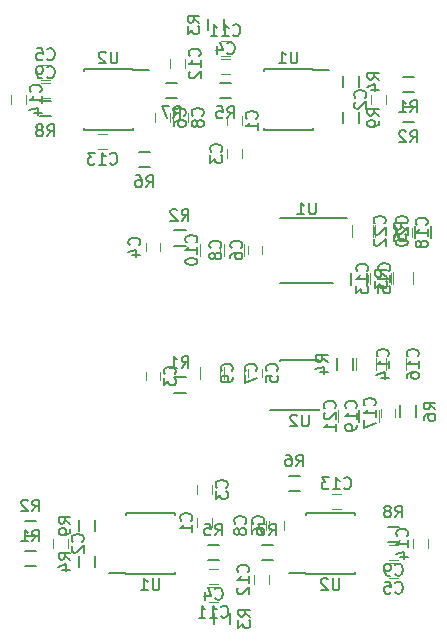
<source format=gbo>
G04 #@! TF.FileFunction,Legend,Bot*
%FSLAX46Y46*%
G04 Gerber Fmt 4.6, Leading zero omitted, Abs format (unit mm)*
G04 Created by KiCad (PCBNEW 4.0.7) date Fri Jun  8 12:20:10 2018*
%MOMM*%
%LPD*%
G01*
G04 APERTURE LIST*
%ADD10C,0.100000*%
%ADD11C,0.150000*%
%ADD12C,0.120000*%
G04 APERTURE END LIST*
D10*
D11*
X181088000Y-110555000D02*
X176588000Y-110555000D01*
X182213000Y-105005000D02*
X176588000Y-105005000D01*
D12*
X166394000Y-118756000D02*
X166394000Y-118056000D01*
X165194000Y-118056000D02*
X165194000Y-118756000D01*
X165194000Y-107134000D02*
X165194000Y-107834000D01*
X166394000Y-107834000D02*
X166394000Y-107134000D01*
X175030000Y-118502000D02*
X175030000Y-117802000D01*
X173830000Y-117802000D02*
X173830000Y-118502000D01*
X173830000Y-107388000D02*
X173830000Y-108088000D01*
X175030000Y-108088000D02*
X175030000Y-107388000D01*
X173502000Y-117652000D02*
X173502000Y-118652000D01*
X171802000Y-118652000D02*
X171802000Y-117652000D01*
X171802000Y-108238000D02*
X171802000Y-107238000D01*
X173502000Y-107238000D02*
X173502000Y-108238000D01*
X171470000Y-117652000D02*
X171470000Y-118652000D01*
X169770000Y-118652000D02*
X169770000Y-117652000D01*
X169770000Y-108238000D02*
X169770000Y-107238000D01*
X171470000Y-107238000D02*
X171470000Y-108238000D01*
X184238000Y-110655000D02*
X184238000Y-109655000D01*
X185938000Y-109655000D02*
X185938000Y-110655000D01*
X184678000Y-116890000D02*
X184678000Y-117890000D01*
X182978000Y-117890000D02*
X182978000Y-116890000D01*
X186113000Y-110630000D02*
X186113000Y-109630000D01*
X187813000Y-109630000D02*
X187813000Y-110630000D01*
X187218000Y-116890000D02*
X187218000Y-117890000D01*
X185518000Y-117890000D02*
X185518000Y-116890000D01*
X185113000Y-121180000D02*
X185113000Y-121880000D01*
X186313000Y-121880000D02*
X186313000Y-121180000D01*
X187713000Y-106605000D02*
X187713000Y-105905000D01*
X186513000Y-105905000D02*
X186513000Y-106605000D01*
X183288000Y-122280000D02*
X183288000Y-121280000D01*
X184988000Y-121280000D02*
X184988000Y-122280000D01*
X186288000Y-105630000D02*
X186288000Y-106630000D01*
X184588000Y-106630000D02*
X184588000Y-105630000D01*
X181488000Y-122280000D02*
X181488000Y-121280000D01*
X183188000Y-121280000D02*
X183188000Y-122280000D01*
X184413000Y-105630000D02*
X184413000Y-106630000D01*
X182713000Y-106630000D02*
X182713000Y-105630000D01*
D11*
X167580000Y-119843000D02*
X168580000Y-119843000D01*
X168580000Y-118493000D02*
X167580000Y-118493000D01*
X167580000Y-107397000D02*
X168580000Y-107397000D01*
X168580000Y-106047000D02*
X167580000Y-106047000D01*
X182613000Y-109680000D02*
X182613000Y-110680000D01*
X183963000Y-110680000D02*
X183963000Y-109680000D01*
X182725000Y-117890000D02*
X182725000Y-116890000D01*
X181375000Y-116890000D02*
X181375000Y-117890000D01*
X189388000Y-106705000D02*
X189388000Y-105705000D01*
X188038000Y-105705000D02*
X188038000Y-106705000D01*
X186713000Y-120905000D02*
X186713000Y-121905000D01*
X188063000Y-121905000D02*
X188063000Y-120905000D01*
X179865000Y-121293000D02*
X179865000Y-121228000D01*
X179865000Y-117043000D02*
X179865000Y-117108000D01*
X176615000Y-117043000D02*
X176615000Y-117108000D01*
X176615000Y-121293000D02*
X179865000Y-121293000D01*
X176615000Y-117043000D02*
X179865000Y-117043000D01*
X176615000Y-121293000D02*
X175690000Y-121293000D01*
D12*
X169580000Y-130460000D02*
X169580000Y-131160000D01*
X170780000Y-131160000D02*
X170780000Y-130460000D01*
X158588000Y-132938000D02*
X158588000Y-132238000D01*
X157388000Y-132238000D02*
X157388000Y-132938000D01*
X170780000Y-128366000D02*
X170780000Y-127666000D01*
X169580000Y-127666000D02*
X169580000Y-128366000D01*
X170592000Y-135982000D02*
X171292000Y-135982000D01*
X171292000Y-134782000D02*
X170592000Y-134782000D01*
X185832000Y-135474000D02*
X186532000Y-135474000D01*
X186532000Y-134274000D02*
X185832000Y-134274000D01*
X175676000Y-130714000D02*
X175676000Y-131414000D01*
X176876000Y-131414000D02*
X176876000Y-130714000D01*
X174152000Y-130714000D02*
X174152000Y-131414000D01*
X175352000Y-131414000D02*
X175352000Y-130714000D01*
X185832000Y-133950000D02*
X186532000Y-133950000D01*
X186532000Y-132750000D02*
X185832000Y-132750000D01*
X170592000Y-137506000D02*
X171292000Y-137506000D01*
X171292000Y-136306000D02*
X170592000Y-136306000D01*
X174406000Y-135286000D02*
X174406000Y-135986000D01*
X175606000Y-135986000D02*
X175606000Y-135286000D01*
X181706000Y-128432000D02*
X181006000Y-128432000D01*
X181006000Y-129632000D02*
X181706000Y-129632000D01*
X187868000Y-132238000D02*
X187868000Y-132938000D01*
X189068000Y-132938000D02*
X189068000Y-132238000D01*
D11*
X154948000Y-134533000D02*
X155948000Y-134533000D01*
X155948000Y-133183000D02*
X154948000Y-133183000D01*
X154948000Y-131993000D02*
X155948000Y-131993000D01*
X155948000Y-130643000D02*
X154948000Y-130643000D01*
X171029000Y-138438000D02*
X171029000Y-139438000D01*
X172379000Y-139438000D02*
X172379000Y-138438000D01*
X160949000Y-134612000D02*
X160949000Y-133612000D01*
X159599000Y-133612000D02*
X159599000Y-134612000D01*
X170442000Y-134025000D02*
X171442000Y-134025000D01*
X171442000Y-132675000D02*
X170442000Y-132675000D01*
X177300000Y-128183000D02*
X178300000Y-128183000D01*
X178300000Y-126833000D02*
X177300000Y-126833000D01*
X175014000Y-134025000D02*
X176014000Y-134025000D01*
X176014000Y-132675000D02*
X175014000Y-132675000D01*
X185682000Y-132501000D02*
X186682000Y-132501000D01*
X186682000Y-131151000D02*
X185682000Y-131151000D01*
X163533000Y-135163000D02*
X163533000Y-135113000D01*
X167683000Y-135163000D02*
X167683000Y-135018000D01*
X167683000Y-130013000D02*
X167683000Y-130158000D01*
X163533000Y-130013000D02*
X163533000Y-130158000D01*
X163533000Y-135163000D02*
X167683000Y-135163000D01*
X163533000Y-130013000D02*
X167683000Y-130013000D01*
X163533000Y-135113000D02*
X162133000Y-135113000D01*
X178773000Y-135163000D02*
X178773000Y-135113000D01*
X182923000Y-135163000D02*
X182923000Y-135018000D01*
X182923000Y-130013000D02*
X182923000Y-130158000D01*
X178773000Y-130013000D02*
X178773000Y-130158000D01*
X178773000Y-135163000D02*
X182923000Y-135163000D01*
X178773000Y-130013000D02*
X182923000Y-130013000D01*
X178773000Y-135113000D02*
X177373000Y-135113000D01*
X160949000Y-131564000D02*
X160949000Y-130564000D01*
X159599000Y-130564000D02*
X159599000Y-131564000D01*
D12*
X173320000Y-97124000D02*
X173320000Y-96424000D01*
X172120000Y-96424000D02*
X172120000Y-97124000D01*
X184312000Y-94646000D02*
X184312000Y-95346000D01*
X185512000Y-95346000D02*
X185512000Y-94646000D01*
X172120000Y-99218000D02*
X172120000Y-99918000D01*
X173320000Y-99918000D02*
X173320000Y-99218000D01*
X172308000Y-91602000D02*
X171608000Y-91602000D01*
X171608000Y-92802000D02*
X172308000Y-92802000D01*
X157068000Y-92110000D02*
X156368000Y-92110000D01*
X156368000Y-93310000D02*
X157068000Y-93310000D01*
X167224000Y-96870000D02*
X167224000Y-96170000D01*
X166024000Y-96170000D02*
X166024000Y-96870000D01*
X168748000Y-96870000D02*
X168748000Y-96170000D01*
X167548000Y-96170000D02*
X167548000Y-96870000D01*
X157068000Y-93634000D02*
X156368000Y-93634000D01*
X156368000Y-94834000D02*
X157068000Y-94834000D01*
X172308000Y-90078000D02*
X171608000Y-90078000D01*
X171608000Y-91278000D02*
X172308000Y-91278000D01*
X168494000Y-92298000D02*
X168494000Y-91598000D01*
X167294000Y-91598000D02*
X167294000Y-92298000D01*
X161194000Y-99152000D02*
X161894000Y-99152000D01*
X161894000Y-97952000D02*
X161194000Y-97952000D01*
X155032000Y-95346000D02*
X155032000Y-94646000D01*
X153832000Y-94646000D02*
X153832000Y-95346000D01*
D11*
X187952000Y-93051000D02*
X186952000Y-93051000D01*
X186952000Y-94401000D02*
X187952000Y-94401000D01*
X187952000Y-95591000D02*
X186952000Y-95591000D01*
X186952000Y-96941000D02*
X187952000Y-96941000D01*
X171871000Y-89146000D02*
X171871000Y-88146000D01*
X170521000Y-88146000D02*
X170521000Y-89146000D01*
X181951000Y-92972000D02*
X181951000Y-93972000D01*
X183301000Y-93972000D02*
X183301000Y-92972000D01*
X172458000Y-93559000D02*
X171458000Y-93559000D01*
X171458000Y-94909000D02*
X172458000Y-94909000D01*
X165600000Y-99401000D02*
X164600000Y-99401000D01*
X164600000Y-100751000D02*
X165600000Y-100751000D01*
X167886000Y-93559000D02*
X166886000Y-93559000D01*
X166886000Y-94909000D02*
X167886000Y-94909000D01*
X157218000Y-95083000D02*
X156218000Y-95083000D01*
X156218000Y-96433000D02*
X157218000Y-96433000D01*
X179367000Y-92421000D02*
X179367000Y-92471000D01*
X175217000Y-92421000D02*
X175217000Y-92566000D01*
X175217000Y-97571000D02*
X175217000Y-97426000D01*
X179367000Y-97571000D02*
X179367000Y-97426000D01*
X179367000Y-92421000D02*
X175217000Y-92421000D01*
X179367000Y-97571000D02*
X175217000Y-97571000D01*
X179367000Y-92471000D02*
X180767000Y-92471000D01*
X164127000Y-92421000D02*
X164127000Y-92471000D01*
X159977000Y-92421000D02*
X159977000Y-92566000D01*
X159977000Y-97571000D02*
X159977000Y-97426000D01*
X164127000Y-97571000D02*
X164127000Y-97426000D01*
X164127000Y-92421000D02*
X159977000Y-92421000D01*
X164127000Y-97571000D02*
X159977000Y-97571000D01*
X164127000Y-92471000D02*
X165527000Y-92471000D01*
X181951000Y-96020000D02*
X181951000Y-97020000D01*
X183301000Y-97020000D02*
X183301000Y-96020000D01*
X179599905Y-103732381D02*
X179599905Y-104541905D01*
X179552286Y-104637143D01*
X179504667Y-104684762D01*
X179409429Y-104732381D01*
X179218952Y-104732381D01*
X179123714Y-104684762D01*
X179076095Y-104637143D01*
X179028476Y-104541905D01*
X179028476Y-103732381D01*
X178028476Y-104732381D02*
X178599905Y-104732381D01*
X178314191Y-104732381D02*
X178314191Y-103732381D01*
X178409429Y-103875238D01*
X178504667Y-103970476D01*
X178599905Y-104018095D01*
X167651143Y-118239334D02*
X167698762Y-118191715D01*
X167746381Y-118048858D01*
X167746381Y-117953620D01*
X167698762Y-117810762D01*
X167603524Y-117715524D01*
X167508286Y-117667905D01*
X167317810Y-117620286D01*
X167174952Y-117620286D01*
X166984476Y-117667905D01*
X166889238Y-117715524D01*
X166794000Y-117810762D01*
X166746381Y-117953620D01*
X166746381Y-118048858D01*
X166794000Y-118191715D01*
X166841619Y-118239334D01*
X166746381Y-118572667D02*
X166746381Y-119191715D01*
X167127333Y-118858381D01*
X167127333Y-119001239D01*
X167174952Y-119096477D01*
X167222571Y-119144096D01*
X167317810Y-119191715D01*
X167555905Y-119191715D01*
X167651143Y-119144096D01*
X167698762Y-119096477D01*
X167746381Y-119001239D01*
X167746381Y-118715524D01*
X167698762Y-118620286D01*
X167651143Y-118572667D01*
X164651143Y-107317334D02*
X164698762Y-107269715D01*
X164746381Y-107126858D01*
X164746381Y-107031620D01*
X164698762Y-106888762D01*
X164603524Y-106793524D01*
X164508286Y-106745905D01*
X164317810Y-106698286D01*
X164174952Y-106698286D01*
X163984476Y-106745905D01*
X163889238Y-106793524D01*
X163794000Y-106888762D01*
X163746381Y-107031620D01*
X163746381Y-107126858D01*
X163794000Y-107269715D01*
X163841619Y-107317334D01*
X164079714Y-108174477D02*
X164746381Y-108174477D01*
X163698762Y-107936381D02*
X164413048Y-107698286D01*
X164413048Y-108317334D01*
X176287143Y-117985334D02*
X176334762Y-117937715D01*
X176382381Y-117794858D01*
X176382381Y-117699620D01*
X176334762Y-117556762D01*
X176239524Y-117461524D01*
X176144286Y-117413905D01*
X175953810Y-117366286D01*
X175810952Y-117366286D01*
X175620476Y-117413905D01*
X175525238Y-117461524D01*
X175430000Y-117556762D01*
X175382381Y-117699620D01*
X175382381Y-117794858D01*
X175430000Y-117937715D01*
X175477619Y-117985334D01*
X175382381Y-118890096D02*
X175382381Y-118413905D01*
X175858571Y-118366286D01*
X175810952Y-118413905D01*
X175763333Y-118509143D01*
X175763333Y-118747239D01*
X175810952Y-118842477D01*
X175858571Y-118890096D01*
X175953810Y-118937715D01*
X176191905Y-118937715D01*
X176287143Y-118890096D01*
X176334762Y-118842477D01*
X176382381Y-118747239D01*
X176382381Y-118509143D01*
X176334762Y-118413905D01*
X176287143Y-118366286D01*
X173287143Y-107571334D02*
X173334762Y-107523715D01*
X173382381Y-107380858D01*
X173382381Y-107285620D01*
X173334762Y-107142762D01*
X173239524Y-107047524D01*
X173144286Y-106999905D01*
X172953810Y-106952286D01*
X172810952Y-106952286D01*
X172620476Y-106999905D01*
X172525238Y-107047524D01*
X172430000Y-107142762D01*
X172382381Y-107285620D01*
X172382381Y-107380858D01*
X172430000Y-107523715D01*
X172477619Y-107571334D01*
X172382381Y-108428477D02*
X172382381Y-108238000D01*
X172430000Y-108142762D01*
X172477619Y-108095143D01*
X172620476Y-107999905D01*
X172810952Y-107952286D01*
X173191905Y-107952286D01*
X173287143Y-107999905D01*
X173334762Y-108047524D01*
X173382381Y-108142762D01*
X173382381Y-108333239D01*
X173334762Y-108428477D01*
X173287143Y-108476096D01*
X173191905Y-108523715D01*
X172953810Y-108523715D01*
X172858571Y-108476096D01*
X172810952Y-108428477D01*
X172763333Y-108333239D01*
X172763333Y-108142762D01*
X172810952Y-108047524D01*
X172858571Y-107999905D01*
X172953810Y-107952286D01*
X174509143Y-117985334D02*
X174556762Y-117937715D01*
X174604381Y-117794858D01*
X174604381Y-117699620D01*
X174556762Y-117556762D01*
X174461524Y-117461524D01*
X174366286Y-117413905D01*
X174175810Y-117366286D01*
X174032952Y-117366286D01*
X173842476Y-117413905D01*
X173747238Y-117461524D01*
X173652000Y-117556762D01*
X173604381Y-117699620D01*
X173604381Y-117794858D01*
X173652000Y-117937715D01*
X173699619Y-117985334D01*
X173604381Y-118318667D02*
X173604381Y-118985334D01*
X174604381Y-118556762D01*
X171509143Y-107571334D02*
X171556762Y-107523715D01*
X171604381Y-107380858D01*
X171604381Y-107285620D01*
X171556762Y-107142762D01*
X171461524Y-107047524D01*
X171366286Y-106999905D01*
X171175810Y-106952286D01*
X171032952Y-106952286D01*
X170842476Y-106999905D01*
X170747238Y-107047524D01*
X170652000Y-107142762D01*
X170604381Y-107285620D01*
X170604381Y-107380858D01*
X170652000Y-107523715D01*
X170699619Y-107571334D01*
X171032952Y-108142762D02*
X170985333Y-108047524D01*
X170937714Y-107999905D01*
X170842476Y-107952286D01*
X170794857Y-107952286D01*
X170699619Y-107999905D01*
X170652000Y-108047524D01*
X170604381Y-108142762D01*
X170604381Y-108333239D01*
X170652000Y-108428477D01*
X170699619Y-108476096D01*
X170794857Y-108523715D01*
X170842476Y-108523715D01*
X170937714Y-108476096D01*
X170985333Y-108428477D01*
X171032952Y-108333239D01*
X171032952Y-108142762D01*
X171080571Y-108047524D01*
X171128190Y-107999905D01*
X171223429Y-107952286D01*
X171413905Y-107952286D01*
X171509143Y-107999905D01*
X171556762Y-108047524D01*
X171604381Y-108142762D01*
X171604381Y-108333239D01*
X171556762Y-108428477D01*
X171509143Y-108476096D01*
X171413905Y-108523715D01*
X171223429Y-108523715D01*
X171128190Y-108476096D01*
X171080571Y-108428477D01*
X171032952Y-108333239D01*
X172477143Y-117985334D02*
X172524762Y-117937715D01*
X172572381Y-117794858D01*
X172572381Y-117699620D01*
X172524762Y-117556762D01*
X172429524Y-117461524D01*
X172334286Y-117413905D01*
X172143810Y-117366286D01*
X172000952Y-117366286D01*
X171810476Y-117413905D01*
X171715238Y-117461524D01*
X171620000Y-117556762D01*
X171572381Y-117699620D01*
X171572381Y-117794858D01*
X171620000Y-117937715D01*
X171667619Y-117985334D01*
X172572381Y-118461524D02*
X172572381Y-118652000D01*
X172524762Y-118747239D01*
X172477143Y-118794858D01*
X172334286Y-118890096D01*
X172143810Y-118937715D01*
X171762857Y-118937715D01*
X171667619Y-118890096D01*
X171620000Y-118842477D01*
X171572381Y-118747239D01*
X171572381Y-118556762D01*
X171620000Y-118461524D01*
X171667619Y-118413905D01*
X171762857Y-118366286D01*
X172000952Y-118366286D01*
X172096190Y-118413905D01*
X172143810Y-118461524D01*
X172191429Y-118556762D01*
X172191429Y-118747239D01*
X172143810Y-118842477D01*
X172096190Y-118890096D01*
X172000952Y-118937715D01*
X169477143Y-107095143D02*
X169524762Y-107047524D01*
X169572381Y-106904667D01*
X169572381Y-106809429D01*
X169524762Y-106666571D01*
X169429524Y-106571333D01*
X169334286Y-106523714D01*
X169143810Y-106476095D01*
X169000952Y-106476095D01*
X168810476Y-106523714D01*
X168715238Y-106571333D01*
X168620000Y-106666571D01*
X168572381Y-106809429D01*
X168572381Y-106904667D01*
X168620000Y-107047524D01*
X168667619Y-107095143D01*
X169572381Y-108047524D02*
X169572381Y-107476095D01*
X169572381Y-107761809D02*
X168572381Y-107761809D01*
X168715238Y-107666571D01*
X168810476Y-107571333D01*
X168858095Y-107476095D01*
X168572381Y-108666571D02*
X168572381Y-108761810D01*
X168620000Y-108857048D01*
X168667619Y-108904667D01*
X168762857Y-108952286D01*
X168953333Y-108999905D01*
X169191429Y-108999905D01*
X169381905Y-108952286D01*
X169477143Y-108904667D01*
X169524762Y-108857048D01*
X169572381Y-108761810D01*
X169572381Y-108666571D01*
X169524762Y-108571333D01*
X169477143Y-108523714D01*
X169381905Y-108476095D01*
X169191429Y-108428476D01*
X168953333Y-108428476D01*
X168762857Y-108476095D01*
X168667619Y-108523714D01*
X168620000Y-108571333D01*
X168572381Y-108666571D01*
X183945143Y-109512143D02*
X183992762Y-109464524D01*
X184040381Y-109321667D01*
X184040381Y-109226429D01*
X183992762Y-109083571D01*
X183897524Y-108988333D01*
X183802286Y-108940714D01*
X183611810Y-108893095D01*
X183468952Y-108893095D01*
X183278476Y-108940714D01*
X183183238Y-108988333D01*
X183088000Y-109083571D01*
X183040381Y-109226429D01*
X183040381Y-109321667D01*
X183088000Y-109464524D01*
X183135619Y-109512143D01*
X184040381Y-110464524D02*
X184040381Y-109893095D01*
X184040381Y-110178809D02*
X183040381Y-110178809D01*
X183183238Y-110083571D01*
X183278476Y-109988333D01*
X183326095Y-109893095D01*
X183040381Y-110797857D02*
X183040381Y-111416905D01*
X183421333Y-111083571D01*
X183421333Y-111226429D01*
X183468952Y-111321667D01*
X183516571Y-111369286D01*
X183611810Y-111416905D01*
X183849905Y-111416905D01*
X183945143Y-111369286D01*
X183992762Y-111321667D01*
X184040381Y-111226429D01*
X184040381Y-110940714D01*
X183992762Y-110845476D01*
X183945143Y-110797857D01*
X185685143Y-116747143D02*
X185732762Y-116699524D01*
X185780381Y-116556667D01*
X185780381Y-116461429D01*
X185732762Y-116318571D01*
X185637524Y-116223333D01*
X185542286Y-116175714D01*
X185351810Y-116128095D01*
X185208952Y-116128095D01*
X185018476Y-116175714D01*
X184923238Y-116223333D01*
X184828000Y-116318571D01*
X184780381Y-116461429D01*
X184780381Y-116556667D01*
X184828000Y-116699524D01*
X184875619Y-116747143D01*
X185780381Y-117699524D02*
X185780381Y-117128095D01*
X185780381Y-117413809D02*
X184780381Y-117413809D01*
X184923238Y-117318571D01*
X185018476Y-117223333D01*
X185066095Y-117128095D01*
X185113714Y-118556667D02*
X185780381Y-118556667D01*
X184732762Y-118318571D02*
X185447048Y-118080476D01*
X185447048Y-118699524D01*
X185820143Y-109487143D02*
X185867762Y-109439524D01*
X185915381Y-109296667D01*
X185915381Y-109201429D01*
X185867762Y-109058571D01*
X185772524Y-108963333D01*
X185677286Y-108915714D01*
X185486810Y-108868095D01*
X185343952Y-108868095D01*
X185153476Y-108915714D01*
X185058238Y-108963333D01*
X184963000Y-109058571D01*
X184915381Y-109201429D01*
X184915381Y-109296667D01*
X184963000Y-109439524D01*
X185010619Y-109487143D01*
X185915381Y-110439524D02*
X185915381Y-109868095D01*
X185915381Y-110153809D02*
X184915381Y-110153809D01*
X185058238Y-110058571D01*
X185153476Y-109963333D01*
X185201095Y-109868095D01*
X184915381Y-111344286D02*
X184915381Y-110868095D01*
X185391571Y-110820476D01*
X185343952Y-110868095D01*
X185296333Y-110963333D01*
X185296333Y-111201429D01*
X185343952Y-111296667D01*
X185391571Y-111344286D01*
X185486810Y-111391905D01*
X185724905Y-111391905D01*
X185820143Y-111344286D01*
X185867762Y-111296667D01*
X185915381Y-111201429D01*
X185915381Y-110963333D01*
X185867762Y-110868095D01*
X185820143Y-110820476D01*
X188225143Y-116747143D02*
X188272762Y-116699524D01*
X188320381Y-116556667D01*
X188320381Y-116461429D01*
X188272762Y-116318571D01*
X188177524Y-116223333D01*
X188082286Y-116175714D01*
X187891810Y-116128095D01*
X187748952Y-116128095D01*
X187558476Y-116175714D01*
X187463238Y-116223333D01*
X187368000Y-116318571D01*
X187320381Y-116461429D01*
X187320381Y-116556667D01*
X187368000Y-116699524D01*
X187415619Y-116747143D01*
X188320381Y-117699524D02*
X188320381Y-117128095D01*
X188320381Y-117413809D02*
X187320381Y-117413809D01*
X187463238Y-117318571D01*
X187558476Y-117223333D01*
X187606095Y-117128095D01*
X187320381Y-118556667D02*
X187320381Y-118366190D01*
X187368000Y-118270952D01*
X187415619Y-118223333D01*
X187558476Y-118128095D01*
X187748952Y-118080476D01*
X188129905Y-118080476D01*
X188225143Y-118128095D01*
X188272762Y-118175714D01*
X188320381Y-118270952D01*
X188320381Y-118461429D01*
X188272762Y-118556667D01*
X188225143Y-118604286D01*
X188129905Y-118651905D01*
X187891810Y-118651905D01*
X187796571Y-118604286D01*
X187748952Y-118556667D01*
X187701333Y-118461429D01*
X187701333Y-118270952D01*
X187748952Y-118175714D01*
X187796571Y-118128095D01*
X187891810Y-118080476D01*
X184570143Y-120887143D02*
X184617762Y-120839524D01*
X184665381Y-120696667D01*
X184665381Y-120601429D01*
X184617762Y-120458571D01*
X184522524Y-120363333D01*
X184427286Y-120315714D01*
X184236810Y-120268095D01*
X184093952Y-120268095D01*
X183903476Y-120315714D01*
X183808238Y-120363333D01*
X183713000Y-120458571D01*
X183665381Y-120601429D01*
X183665381Y-120696667D01*
X183713000Y-120839524D01*
X183760619Y-120887143D01*
X184665381Y-121839524D02*
X184665381Y-121268095D01*
X184665381Y-121553809D02*
X183665381Y-121553809D01*
X183808238Y-121458571D01*
X183903476Y-121363333D01*
X183951095Y-121268095D01*
X183665381Y-122172857D02*
X183665381Y-122839524D01*
X184665381Y-122410952D01*
X188970143Y-105612143D02*
X189017762Y-105564524D01*
X189065381Y-105421667D01*
X189065381Y-105326429D01*
X189017762Y-105183571D01*
X188922524Y-105088333D01*
X188827286Y-105040714D01*
X188636810Y-104993095D01*
X188493952Y-104993095D01*
X188303476Y-105040714D01*
X188208238Y-105088333D01*
X188113000Y-105183571D01*
X188065381Y-105326429D01*
X188065381Y-105421667D01*
X188113000Y-105564524D01*
X188160619Y-105612143D01*
X189065381Y-106564524D02*
X189065381Y-105993095D01*
X189065381Y-106278809D02*
X188065381Y-106278809D01*
X188208238Y-106183571D01*
X188303476Y-106088333D01*
X188351095Y-105993095D01*
X188493952Y-107135952D02*
X188446333Y-107040714D01*
X188398714Y-106993095D01*
X188303476Y-106945476D01*
X188255857Y-106945476D01*
X188160619Y-106993095D01*
X188113000Y-107040714D01*
X188065381Y-107135952D01*
X188065381Y-107326429D01*
X188113000Y-107421667D01*
X188160619Y-107469286D01*
X188255857Y-107516905D01*
X188303476Y-107516905D01*
X188398714Y-107469286D01*
X188446333Y-107421667D01*
X188493952Y-107326429D01*
X188493952Y-107135952D01*
X188541571Y-107040714D01*
X188589190Y-106993095D01*
X188684429Y-106945476D01*
X188874905Y-106945476D01*
X188970143Y-106993095D01*
X189017762Y-107040714D01*
X189065381Y-107135952D01*
X189065381Y-107326429D01*
X189017762Y-107421667D01*
X188970143Y-107469286D01*
X188874905Y-107516905D01*
X188684429Y-107516905D01*
X188589190Y-107469286D01*
X188541571Y-107421667D01*
X188493952Y-107326429D01*
X182995143Y-121137143D02*
X183042762Y-121089524D01*
X183090381Y-120946667D01*
X183090381Y-120851429D01*
X183042762Y-120708571D01*
X182947524Y-120613333D01*
X182852286Y-120565714D01*
X182661810Y-120518095D01*
X182518952Y-120518095D01*
X182328476Y-120565714D01*
X182233238Y-120613333D01*
X182138000Y-120708571D01*
X182090381Y-120851429D01*
X182090381Y-120946667D01*
X182138000Y-121089524D01*
X182185619Y-121137143D01*
X183090381Y-122089524D02*
X183090381Y-121518095D01*
X183090381Y-121803809D02*
X182090381Y-121803809D01*
X182233238Y-121708571D01*
X182328476Y-121613333D01*
X182376095Y-121518095D01*
X183090381Y-122565714D02*
X183090381Y-122756190D01*
X183042762Y-122851429D01*
X182995143Y-122899048D01*
X182852286Y-122994286D01*
X182661810Y-123041905D01*
X182280857Y-123041905D01*
X182185619Y-122994286D01*
X182138000Y-122946667D01*
X182090381Y-122851429D01*
X182090381Y-122660952D01*
X182138000Y-122565714D01*
X182185619Y-122518095D01*
X182280857Y-122470476D01*
X182518952Y-122470476D01*
X182614190Y-122518095D01*
X182661810Y-122565714D01*
X182709429Y-122660952D01*
X182709429Y-122851429D01*
X182661810Y-122946667D01*
X182614190Y-122994286D01*
X182518952Y-123041905D01*
X187295143Y-105487143D02*
X187342762Y-105439524D01*
X187390381Y-105296667D01*
X187390381Y-105201429D01*
X187342762Y-105058571D01*
X187247524Y-104963333D01*
X187152286Y-104915714D01*
X186961810Y-104868095D01*
X186818952Y-104868095D01*
X186628476Y-104915714D01*
X186533238Y-104963333D01*
X186438000Y-105058571D01*
X186390381Y-105201429D01*
X186390381Y-105296667D01*
X186438000Y-105439524D01*
X186485619Y-105487143D01*
X186485619Y-105868095D02*
X186438000Y-105915714D01*
X186390381Y-106010952D01*
X186390381Y-106249048D01*
X186438000Y-106344286D01*
X186485619Y-106391905D01*
X186580857Y-106439524D01*
X186676095Y-106439524D01*
X186818952Y-106391905D01*
X187390381Y-105820476D01*
X187390381Y-106439524D01*
X186390381Y-107058571D02*
X186390381Y-107153810D01*
X186438000Y-107249048D01*
X186485619Y-107296667D01*
X186580857Y-107344286D01*
X186771333Y-107391905D01*
X187009429Y-107391905D01*
X187199905Y-107344286D01*
X187295143Y-107296667D01*
X187342762Y-107249048D01*
X187390381Y-107153810D01*
X187390381Y-107058571D01*
X187342762Y-106963333D01*
X187295143Y-106915714D01*
X187199905Y-106868095D01*
X187009429Y-106820476D01*
X186771333Y-106820476D01*
X186580857Y-106868095D01*
X186485619Y-106915714D01*
X186438000Y-106963333D01*
X186390381Y-107058571D01*
X181195143Y-121137143D02*
X181242762Y-121089524D01*
X181290381Y-120946667D01*
X181290381Y-120851429D01*
X181242762Y-120708571D01*
X181147524Y-120613333D01*
X181052286Y-120565714D01*
X180861810Y-120518095D01*
X180718952Y-120518095D01*
X180528476Y-120565714D01*
X180433238Y-120613333D01*
X180338000Y-120708571D01*
X180290381Y-120851429D01*
X180290381Y-120946667D01*
X180338000Y-121089524D01*
X180385619Y-121137143D01*
X180385619Y-121518095D02*
X180338000Y-121565714D01*
X180290381Y-121660952D01*
X180290381Y-121899048D01*
X180338000Y-121994286D01*
X180385619Y-122041905D01*
X180480857Y-122089524D01*
X180576095Y-122089524D01*
X180718952Y-122041905D01*
X181290381Y-121470476D01*
X181290381Y-122089524D01*
X181290381Y-123041905D02*
X181290381Y-122470476D01*
X181290381Y-122756190D02*
X180290381Y-122756190D01*
X180433238Y-122660952D01*
X180528476Y-122565714D01*
X180576095Y-122470476D01*
X185420143Y-105487143D02*
X185467762Y-105439524D01*
X185515381Y-105296667D01*
X185515381Y-105201429D01*
X185467762Y-105058571D01*
X185372524Y-104963333D01*
X185277286Y-104915714D01*
X185086810Y-104868095D01*
X184943952Y-104868095D01*
X184753476Y-104915714D01*
X184658238Y-104963333D01*
X184563000Y-105058571D01*
X184515381Y-105201429D01*
X184515381Y-105296667D01*
X184563000Y-105439524D01*
X184610619Y-105487143D01*
X184610619Y-105868095D02*
X184563000Y-105915714D01*
X184515381Y-106010952D01*
X184515381Y-106249048D01*
X184563000Y-106344286D01*
X184610619Y-106391905D01*
X184705857Y-106439524D01*
X184801095Y-106439524D01*
X184943952Y-106391905D01*
X185515381Y-105820476D01*
X185515381Y-106439524D01*
X184610619Y-106820476D02*
X184563000Y-106868095D01*
X184515381Y-106963333D01*
X184515381Y-107201429D01*
X184563000Y-107296667D01*
X184610619Y-107344286D01*
X184705857Y-107391905D01*
X184801095Y-107391905D01*
X184943952Y-107344286D01*
X185515381Y-106772857D01*
X185515381Y-107391905D01*
X168246666Y-117720381D02*
X168580000Y-117244190D01*
X168818095Y-117720381D02*
X168818095Y-116720381D01*
X168437142Y-116720381D01*
X168341904Y-116768000D01*
X168294285Y-116815619D01*
X168246666Y-116910857D01*
X168246666Y-117053714D01*
X168294285Y-117148952D01*
X168341904Y-117196571D01*
X168437142Y-117244190D01*
X168818095Y-117244190D01*
X167294285Y-117720381D02*
X167865714Y-117720381D01*
X167580000Y-117720381D02*
X167580000Y-116720381D01*
X167675238Y-116863238D01*
X167770476Y-116958476D01*
X167865714Y-117006095D01*
X168246666Y-105274381D02*
X168580000Y-104798190D01*
X168818095Y-105274381D02*
X168818095Y-104274381D01*
X168437142Y-104274381D01*
X168341904Y-104322000D01*
X168294285Y-104369619D01*
X168246666Y-104464857D01*
X168246666Y-104607714D01*
X168294285Y-104702952D01*
X168341904Y-104750571D01*
X168437142Y-104798190D01*
X168818095Y-104798190D01*
X167865714Y-104369619D02*
X167818095Y-104322000D01*
X167722857Y-104274381D01*
X167484761Y-104274381D01*
X167389523Y-104322000D01*
X167341904Y-104369619D01*
X167294285Y-104464857D01*
X167294285Y-104560095D01*
X167341904Y-104702952D01*
X167913333Y-105274381D01*
X167294285Y-105274381D01*
X185640381Y-110013334D02*
X185164190Y-109680000D01*
X185640381Y-109441905D02*
X184640381Y-109441905D01*
X184640381Y-109822858D01*
X184688000Y-109918096D01*
X184735619Y-109965715D01*
X184830857Y-110013334D01*
X184973714Y-110013334D01*
X185068952Y-109965715D01*
X185116571Y-109918096D01*
X185164190Y-109822858D01*
X185164190Y-109441905D01*
X184640381Y-110346667D02*
X184640381Y-110965715D01*
X185021333Y-110632381D01*
X185021333Y-110775239D01*
X185068952Y-110870477D01*
X185116571Y-110918096D01*
X185211810Y-110965715D01*
X185449905Y-110965715D01*
X185545143Y-110918096D01*
X185592762Y-110870477D01*
X185640381Y-110775239D01*
X185640381Y-110489524D01*
X185592762Y-110394286D01*
X185545143Y-110346667D01*
X180602381Y-117223334D02*
X180126190Y-116890000D01*
X180602381Y-116651905D02*
X179602381Y-116651905D01*
X179602381Y-117032858D01*
X179650000Y-117128096D01*
X179697619Y-117175715D01*
X179792857Y-117223334D01*
X179935714Y-117223334D01*
X180030952Y-117175715D01*
X180078571Y-117128096D01*
X180126190Y-117032858D01*
X180126190Y-116651905D01*
X179935714Y-118080477D02*
X180602381Y-118080477D01*
X179554762Y-117842381D02*
X180269048Y-117604286D01*
X180269048Y-118223334D01*
X187265381Y-106038334D02*
X186789190Y-105705000D01*
X187265381Y-105466905D02*
X186265381Y-105466905D01*
X186265381Y-105847858D01*
X186313000Y-105943096D01*
X186360619Y-105990715D01*
X186455857Y-106038334D01*
X186598714Y-106038334D01*
X186693952Y-105990715D01*
X186741571Y-105943096D01*
X186789190Y-105847858D01*
X186789190Y-105466905D01*
X186265381Y-106943096D02*
X186265381Y-106466905D01*
X186741571Y-106419286D01*
X186693952Y-106466905D01*
X186646333Y-106562143D01*
X186646333Y-106800239D01*
X186693952Y-106895477D01*
X186741571Y-106943096D01*
X186836810Y-106990715D01*
X187074905Y-106990715D01*
X187170143Y-106943096D01*
X187217762Y-106895477D01*
X187265381Y-106800239D01*
X187265381Y-106562143D01*
X187217762Y-106466905D01*
X187170143Y-106419286D01*
X189740381Y-121238334D02*
X189264190Y-120905000D01*
X189740381Y-120666905D02*
X188740381Y-120666905D01*
X188740381Y-121047858D01*
X188788000Y-121143096D01*
X188835619Y-121190715D01*
X188930857Y-121238334D01*
X189073714Y-121238334D01*
X189168952Y-121190715D01*
X189216571Y-121143096D01*
X189264190Y-121047858D01*
X189264190Y-120666905D01*
X188740381Y-122095477D02*
X188740381Y-121905000D01*
X188788000Y-121809762D01*
X188835619Y-121762143D01*
X188978476Y-121666905D01*
X189168952Y-121619286D01*
X189549905Y-121619286D01*
X189645143Y-121666905D01*
X189692762Y-121714524D01*
X189740381Y-121809762D01*
X189740381Y-122000239D01*
X189692762Y-122095477D01*
X189645143Y-122143096D01*
X189549905Y-122190715D01*
X189311810Y-122190715D01*
X189216571Y-122143096D01*
X189168952Y-122095477D01*
X189121333Y-122000239D01*
X189121333Y-121809762D01*
X189168952Y-121714524D01*
X189216571Y-121666905D01*
X189311810Y-121619286D01*
X179001905Y-121670381D02*
X179001905Y-122479905D01*
X178954286Y-122575143D01*
X178906667Y-122622762D01*
X178811429Y-122670381D01*
X178620952Y-122670381D01*
X178525714Y-122622762D01*
X178478095Y-122575143D01*
X178430476Y-122479905D01*
X178430476Y-121670381D01*
X178001905Y-121765619D02*
X177954286Y-121718000D01*
X177859048Y-121670381D01*
X177620952Y-121670381D01*
X177525714Y-121718000D01*
X177478095Y-121765619D01*
X177430476Y-121860857D01*
X177430476Y-121956095D01*
X177478095Y-122098952D01*
X178049524Y-122670381D01*
X177430476Y-122670381D01*
X169037143Y-130643334D02*
X169084762Y-130595715D01*
X169132381Y-130452858D01*
X169132381Y-130357620D01*
X169084762Y-130214762D01*
X168989524Y-130119524D01*
X168894286Y-130071905D01*
X168703810Y-130024286D01*
X168560952Y-130024286D01*
X168370476Y-130071905D01*
X168275238Y-130119524D01*
X168180000Y-130214762D01*
X168132381Y-130357620D01*
X168132381Y-130452858D01*
X168180000Y-130595715D01*
X168227619Y-130643334D01*
X169132381Y-131595715D02*
X169132381Y-131024286D01*
X169132381Y-131310000D02*
X168132381Y-131310000D01*
X168275238Y-131214762D01*
X168370476Y-131119524D01*
X168418095Y-131024286D01*
X159845143Y-132421334D02*
X159892762Y-132373715D01*
X159940381Y-132230858D01*
X159940381Y-132135620D01*
X159892762Y-131992762D01*
X159797524Y-131897524D01*
X159702286Y-131849905D01*
X159511810Y-131802286D01*
X159368952Y-131802286D01*
X159178476Y-131849905D01*
X159083238Y-131897524D01*
X158988000Y-131992762D01*
X158940381Y-132135620D01*
X158940381Y-132230858D01*
X158988000Y-132373715D01*
X159035619Y-132421334D01*
X159035619Y-132802286D02*
X158988000Y-132849905D01*
X158940381Y-132945143D01*
X158940381Y-133183239D01*
X158988000Y-133278477D01*
X159035619Y-133326096D01*
X159130857Y-133373715D01*
X159226095Y-133373715D01*
X159368952Y-133326096D01*
X159940381Y-132754667D01*
X159940381Y-133373715D01*
X172037143Y-127849334D02*
X172084762Y-127801715D01*
X172132381Y-127658858D01*
X172132381Y-127563620D01*
X172084762Y-127420762D01*
X171989524Y-127325524D01*
X171894286Y-127277905D01*
X171703810Y-127230286D01*
X171560952Y-127230286D01*
X171370476Y-127277905D01*
X171275238Y-127325524D01*
X171180000Y-127420762D01*
X171132381Y-127563620D01*
X171132381Y-127658858D01*
X171180000Y-127801715D01*
X171227619Y-127849334D01*
X171132381Y-128182667D02*
X171132381Y-128801715D01*
X171513333Y-128468381D01*
X171513333Y-128611239D01*
X171560952Y-128706477D01*
X171608571Y-128754096D01*
X171703810Y-128801715D01*
X171941905Y-128801715D01*
X172037143Y-128754096D01*
X172084762Y-128706477D01*
X172132381Y-128611239D01*
X172132381Y-128325524D01*
X172084762Y-128230286D01*
X172037143Y-128182667D01*
X171108666Y-137239143D02*
X171156285Y-137286762D01*
X171299142Y-137334381D01*
X171394380Y-137334381D01*
X171537238Y-137286762D01*
X171632476Y-137191524D01*
X171680095Y-137096286D01*
X171727714Y-136905810D01*
X171727714Y-136762952D01*
X171680095Y-136572476D01*
X171632476Y-136477238D01*
X171537238Y-136382000D01*
X171394380Y-136334381D01*
X171299142Y-136334381D01*
X171156285Y-136382000D01*
X171108666Y-136429619D01*
X170251523Y-136667714D02*
X170251523Y-137334381D01*
X170489619Y-136286762D02*
X170727714Y-137001048D01*
X170108666Y-137001048D01*
X186348666Y-136731143D02*
X186396285Y-136778762D01*
X186539142Y-136826381D01*
X186634380Y-136826381D01*
X186777238Y-136778762D01*
X186872476Y-136683524D01*
X186920095Y-136588286D01*
X186967714Y-136397810D01*
X186967714Y-136254952D01*
X186920095Y-136064476D01*
X186872476Y-135969238D01*
X186777238Y-135874000D01*
X186634380Y-135826381D01*
X186539142Y-135826381D01*
X186396285Y-135874000D01*
X186348666Y-135921619D01*
X185443904Y-135826381D02*
X185920095Y-135826381D01*
X185967714Y-136302571D01*
X185920095Y-136254952D01*
X185824857Y-136207333D01*
X185586761Y-136207333D01*
X185491523Y-136254952D01*
X185443904Y-136302571D01*
X185396285Y-136397810D01*
X185396285Y-136635905D01*
X185443904Y-136731143D01*
X185491523Y-136778762D01*
X185586761Y-136826381D01*
X185824857Y-136826381D01*
X185920095Y-136778762D01*
X185967714Y-136731143D01*
X175133143Y-130897334D02*
X175180762Y-130849715D01*
X175228381Y-130706858D01*
X175228381Y-130611620D01*
X175180762Y-130468762D01*
X175085524Y-130373524D01*
X174990286Y-130325905D01*
X174799810Y-130278286D01*
X174656952Y-130278286D01*
X174466476Y-130325905D01*
X174371238Y-130373524D01*
X174276000Y-130468762D01*
X174228381Y-130611620D01*
X174228381Y-130706858D01*
X174276000Y-130849715D01*
X174323619Y-130897334D01*
X174228381Y-131754477D02*
X174228381Y-131564000D01*
X174276000Y-131468762D01*
X174323619Y-131421143D01*
X174466476Y-131325905D01*
X174656952Y-131278286D01*
X175037905Y-131278286D01*
X175133143Y-131325905D01*
X175180762Y-131373524D01*
X175228381Y-131468762D01*
X175228381Y-131659239D01*
X175180762Y-131754477D01*
X175133143Y-131802096D01*
X175037905Y-131849715D01*
X174799810Y-131849715D01*
X174704571Y-131802096D01*
X174656952Y-131754477D01*
X174609333Y-131659239D01*
X174609333Y-131468762D01*
X174656952Y-131373524D01*
X174704571Y-131325905D01*
X174799810Y-131278286D01*
X173609143Y-130897334D02*
X173656762Y-130849715D01*
X173704381Y-130706858D01*
X173704381Y-130611620D01*
X173656762Y-130468762D01*
X173561524Y-130373524D01*
X173466286Y-130325905D01*
X173275810Y-130278286D01*
X173132952Y-130278286D01*
X172942476Y-130325905D01*
X172847238Y-130373524D01*
X172752000Y-130468762D01*
X172704381Y-130611620D01*
X172704381Y-130706858D01*
X172752000Y-130849715D01*
X172799619Y-130897334D01*
X173132952Y-131468762D02*
X173085333Y-131373524D01*
X173037714Y-131325905D01*
X172942476Y-131278286D01*
X172894857Y-131278286D01*
X172799619Y-131325905D01*
X172752000Y-131373524D01*
X172704381Y-131468762D01*
X172704381Y-131659239D01*
X172752000Y-131754477D01*
X172799619Y-131802096D01*
X172894857Y-131849715D01*
X172942476Y-131849715D01*
X173037714Y-131802096D01*
X173085333Y-131754477D01*
X173132952Y-131659239D01*
X173132952Y-131468762D01*
X173180571Y-131373524D01*
X173228190Y-131325905D01*
X173323429Y-131278286D01*
X173513905Y-131278286D01*
X173609143Y-131325905D01*
X173656762Y-131373524D01*
X173704381Y-131468762D01*
X173704381Y-131659239D01*
X173656762Y-131754477D01*
X173609143Y-131802096D01*
X173513905Y-131849715D01*
X173323429Y-131849715D01*
X173228190Y-131802096D01*
X173180571Y-131754477D01*
X173132952Y-131659239D01*
X186348666Y-135207143D02*
X186396285Y-135254762D01*
X186539142Y-135302381D01*
X186634380Y-135302381D01*
X186777238Y-135254762D01*
X186872476Y-135159524D01*
X186920095Y-135064286D01*
X186967714Y-134873810D01*
X186967714Y-134730952D01*
X186920095Y-134540476D01*
X186872476Y-134445238D01*
X186777238Y-134350000D01*
X186634380Y-134302381D01*
X186539142Y-134302381D01*
X186396285Y-134350000D01*
X186348666Y-134397619D01*
X185872476Y-135302381D02*
X185682000Y-135302381D01*
X185586761Y-135254762D01*
X185539142Y-135207143D01*
X185443904Y-135064286D01*
X185396285Y-134873810D01*
X185396285Y-134492857D01*
X185443904Y-134397619D01*
X185491523Y-134350000D01*
X185586761Y-134302381D01*
X185777238Y-134302381D01*
X185872476Y-134350000D01*
X185920095Y-134397619D01*
X185967714Y-134492857D01*
X185967714Y-134730952D01*
X185920095Y-134826190D01*
X185872476Y-134873810D01*
X185777238Y-134921429D01*
X185586761Y-134921429D01*
X185491523Y-134873810D01*
X185443904Y-134826190D01*
X185396285Y-134730952D01*
X171584857Y-138763143D02*
X171632476Y-138810762D01*
X171775333Y-138858381D01*
X171870571Y-138858381D01*
X172013429Y-138810762D01*
X172108667Y-138715524D01*
X172156286Y-138620286D01*
X172203905Y-138429810D01*
X172203905Y-138286952D01*
X172156286Y-138096476D01*
X172108667Y-138001238D01*
X172013429Y-137906000D01*
X171870571Y-137858381D01*
X171775333Y-137858381D01*
X171632476Y-137906000D01*
X171584857Y-137953619D01*
X170632476Y-138858381D02*
X171203905Y-138858381D01*
X170918191Y-138858381D02*
X170918191Y-137858381D01*
X171013429Y-138001238D01*
X171108667Y-138096476D01*
X171203905Y-138144095D01*
X169680095Y-138858381D02*
X170251524Y-138858381D01*
X169965810Y-138858381D02*
X169965810Y-137858381D01*
X170061048Y-138001238D01*
X170156286Y-138096476D01*
X170251524Y-138144095D01*
X173863143Y-134993143D02*
X173910762Y-134945524D01*
X173958381Y-134802667D01*
X173958381Y-134707429D01*
X173910762Y-134564571D01*
X173815524Y-134469333D01*
X173720286Y-134421714D01*
X173529810Y-134374095D01*
X173386952Y-134374095D01*
X173196476Y-134421714D01*
X173101238Y-134469333D01*
X173006000Y-134564571D01*
X172958381Y-134707429D01*
X172958381Y-134802667D01*
X173006000Y-134945524D01*
X173053619Y-134993143D01*
X173958381Y-135945524D02*
X173958381Y-135374095D01*
X173958381Y-135659809D02*
X172958381Y-135659809D01*
X173101238Y-135564571D01*
X173196476Y-135469333D01*
X173244095Y-135374095D01*
X173053619Y-136326476D02*
X173006000Y-136374095D01*
X172958381Y-136469333D01*
X172958381Y-136707429D01*
X173006000Y-136802667D01*
X173053619Y-136850286D01*
X173148857Y-136897905D01*
X173244095Y-136897905D01*
X173386952Y-136850286D01*
X173958381Y-136278857D01*
X173958381Y-136897905D01*
X181998857Y-127889143D02*
X182046476Y-127936762D01*
X182189333Y-127984381D01*
X182284571Y-127984381D01*
X182427429Y-127936762D01*
X182522667Y-127841524D01*
X182570286Y-127746286D01*
X182617905Y-127555810D01*
X182617905Y-127412952D01*
X182570286Y-127222476D01*
X182522667Y-127127238D01*
X182427429Y-127032000D01*
X182284571Y-126984381D01*
X182189333Y-126984381D01*
X182046476Y-127032000D01*
X181998857Y-127079619D01*
X181046476Y-127984381D02*
X181617905Y-127984381D01*
X181332191Y-127984381D02*
X181332191Y-126984381D01*
X181427429Y-127127238D01*
X181522667Y-127222476D01*
X181617905Y-127270095D01*
X180713143Y-126984381D02*
X180094095Y-126984381D01*
X180427429Y-127365333D01*
X180284571Y-127365333D01*
X180189333Y-127412952D01*
X180141714Y-127460571D01*
X180094095Y-127555810D01*
X180094095Y-127793905D01*
X180141714Y-127889143D01*
X180189333Y-127936762D01*
X180284571Y-127984381D01*
X180570286Y-127984381D01*
X180665524Y-127936762D01*
X180713143Y-127889143D01*
X187325143Y-131945143D02*
X187372762Y-131897524D01*
X187420381Y-131754667D01*
X187420381Y-131659429D01*
X187372762Y-131516571D01*
X187277524Y-131421333D01*
X187182286Y-131373714D01*
X186991810Y-131326095D01*
X186848952Y-131326095D01*
X186658476Y-131373714D01*
X186563238Y-131421333D01*
X186468000Y-131516571D01*
X186420381Y-131659429D01*
X186420381Y-131754667D01*
X186468000Y-131897524D01*
X186515619Y-131945143D01*
X187420381Y-132897524D02*
X187420381Y-132326095D01*
X187420381Y-132611809D02*
X186420381Y-132611809D01*
X186563238Y-132516571D01*
X186658476Y-132421333D01*
X186706095Y-132326095D01*
X186753714Y-133754667D02*
X187420381Y-133754667D01*
X186372762Y-133516571D02*
X187087048Y-133278476D01*
X187087048Y-133897524D01*
X155614666Y-132410381D02*
X155948000Y-131934190D01*
X156186095Y-132410381D02*
X156186095Y-131410381D01*
X155805142Y-131410381D01*
X155709904Y-131458000D01*
X155662285Y-131505619D01*
X155614666Y-131600857D01*
X155614666Y-131743714D01*
X155662285Y-131838952D01*
X155709904Y-131886571D01*
X155805142Y-131934190D01*
X156186095Y-131934190D01*
X154662285Y-132410381D02*
X155233714Y-132410381D01*
X154948000Y-132410381D02*
X154948000Y-131410381D01*
X155043238Y-131553238D01*
X155138476Y-131648476D01*
X155233714Y-131696095D01*
X155614666Y-129870381D02*
X155948000Y-129394190D01*
X156186095Y-129870381D02*
X156186095Y-128870381D01*
X155805142Y-128870381D01*
X155709904Y-128918000D01*
X155662285Y-128965619D01*
X155614666Y-129060857D01*
X155614666Y-129203714D01*
X155662285Y-129298952D01*
X155709904Y-129346571D01*
X155805142Y-129394190D01*
X156186095Y-129394190D01*
X155233714Y-128965619D02*
X155186095Y-128918000D01*
X155090857Y-128870381D01*
X154852761Y-128870381D01*
X154757523Y-128918000D01*
X154709904Y-128965619D01*
X154662285Y-129060857D01*
X154662285Y-129156095D01*
X154709904Y-129298952D01*
X155281333Y-129870381D01*
X154662285Y-129870381D01*
X174056381Y-138771334D02*
X173580190Y-138438000D01*
X174056381Y-138199905D02*
X173056381Y-138199905D01*
X173056381Y-138580858D01*
X173104000Y-138676096D01*
X173151619Y-138723715D01*
X173246857Y-138771334D01*
X173389714Y-138771334D01*
X173484952Y-138723715D01*
X173532571Y-138676096D01*
X173580190Y-138580858D01*
X173580190Y-138199905D01*
X173056381Y-139104667D02*
X173056381Y-139723715D01*
X173437333Y-139390381D01*
X173437333Y-139533239D01*
X173484952Y-139628477D01*
X173532571Y-139676096D01*
X173627810Y-139723715D01*
X173865905Y-139723715D01*
X173961143Y-139676096D01*
X174008762Y-139628477D01*
X174056381Y-139533239D01*
X174056381Y-139247524D01*
X174008762Y-139152286D01*
X173961143Y-139104667D01*
X158826381Y-133945334D02*
X158350190Y-133612000D01*
X158826381Y-133373905D02*
X157826381Y-133373905D01*
X157826381Y-133754858D01*
X157874000Y-133850096D01*
X157921619Y-133897715D01*
X158016857Y-133945334D01*
X158159714Y-133945334D01*
X158254952Y-133897715D01*
X158302571Y-133850096D01*
X158350190Y-133754858D01*
X158350190Y-133373905D01*
X158159714Y-134802477D02*
X158826381Y-134802477D01*
X157778762Y-134564381D02*
X158493048Y-134326286D01*
X158493048Y-134945334D01*
X171108666Y-131902381D02*
X171442000Y-131426190D01*
X171680095Y-131902381D02*
X171680095Y-130902381D01*
X171299142Y-130902381D01*
X171203904Y-130950000D01*
X171156285Y-130997619D01*
X171108666Y-131092857D01*
X171108666Y-131235714D01*
X171156285Y-131330952D01*
X171203904Y-131378571D01*
X171299142Y-131426190D01*
X171680095Y-131426190D01*
X170203904Y-130902381D02*
X170680095Y-130902381D01*
X170727714Y-131378571D01*
X170680095Y-131330952D01*
X170584857Y-131283333D01*
X170346761Y-131283333D01*
X170251523Y-131330952D01*
X170203904Y-131378571D01*
X170156285Y-131473810D01*
X170156285Y-131711905D01*
X170203904Y-131807143D01*
X170251523Y-131854762D01*
X170346761Y-131902381D01*
X170584857Y-131902381D01*
X170680095Y-131854762D01*
X170727714Y-131807143D01*
X177966666Y-126060381D02*
X178300000Y-125584190D01*
X178538095Y-126060381D02*
X178538095Y-125060381D01*
X178157142Y-125060381D01*
X178061904Y-125108000D01*
X178014285Y-125155619D01*
X177966666Y-125250857D01*
X177966666Y-125393714D01*
X178014285Y-125488952D01*
X178061904Y-125536571D01*
X178157142Y-125584190D01*
X178538095Y-125584190D01*
X177109523Y-125060381D02*
X177300000Y-125060381D01*
X177395238Y-125108000D01*
X177442857Y-125155619D01*
X177538095Y-125298476D01*
X177585714Y-125488952D01*
X177585714Y-125869905D01*
X177538095Y-125965143D01*
X177490476Y-126012762D01*
X177395238Y-126060381D01*
X177204761Y-126060381D01*
X177109523Y-126012762D01*
X177061904Y-125965143D01*
X177014285Y-125869905D01*
X177014285Y-125631810D01*
X177061904Y-125536571D01*
X177109523Y-125488952D01*
X177204761Y-125441333D01*
X177395238Y-125441333D01*
X177490476Y-125488952D01*
X177538095Y-125536571D01*
X177585714Y-125631810D01*
X175680666Y-131902381D02*
X176014000Y-131426190D01*
X176252095Y-131902381D02*
X176252095Y-130902381D01*
X175871142Y-130902381D01*
X175775904Y-130950000D01*
X175728285Y-130997619D01*
X175680666Y-131092857D01*
X175680666Y-131235714D01*
X175728285Y-131330952D01*
X175775904Y-131378571D01*
X175871142Y-131426190D01*
X176252095Y-131426190D01*
X175347333Y-130902381D02*
X174680666Y-130902381D01*
X175109238Y-131902381D01*
X186348666Y-130378381D02*
X186682000Y-129902190D01*
X186920095Y-130378381D02*
X186920095Y-129378381D01*
X186539142Y-129378381D01*
X186443904Y-129426000D01*
X186396285Y-129473619D01*
X186348666Y-129568857D01*
X186348666Y-129711714D01*
X186396285Y-129806952D01*
X186443904Y-129854571D01*
X186539142Y-129902190D01*
X186920095Y-129902190D01*
X185777238Y-129806952D02*
X185872476Y-129759333D01*
X185920095Y-129711714D01*
X185967714Y-129616476D01*
X185967714Y-129568857D01*
X185920095Y-129473619D01*
X185872476Y-129426000D01*
X185777238Y-129378381D01*
X185586761Y-129378381D01*
X185491523Y-129426000D01*
X185443904Y-129473619D01*
X185396285Y-129568857D01*
X185396285Y-129616476D01*
X185443904Y-129711714D01*
X185491523Y-129759333D01*
X185586761Y-129806952D01*
X185777238Y-129806952D01*
X185872476Y-129854571D01*
X185920095Y-129902190D01*
X185967714Y-129997429D01*
X185967714Y-130187905D01*
X185920095Y-130283143D01*
X185872476Y-130330762D01*
X185777238Y-130378381D01*
X185586761Y-130378381D01*
X185491523Y-130330762D01*
X185443904Y-130283143D01*
X185396285Y-130187905D01*
X185396285Y-129997429D01*
X185443904Y-129902190D01*
X185491523Y-129854571D01*
X185586761Y-129806952D01*
X166369905Y-135540381D02*
X166369905Y-136349905D01*
X166322286Y-136445143D01*
X166274667Y-136492762D01*
X166179429Y-136540381D01*
X165988952Y-136540381D01*
X165893714Y-136492762D01*
X165846095Y-136445143D01*
X165798476Y-136349905D01*
X165798476Y-135540381D01*
X164798476Y-136540381D02*
X165369905Y-136540381D01*
X165084191Y-136540381D02*
X165084191Y-135540381D01*
X165179429Y-135683238D01*
X165274667Y-135778476D01*
X165369905Y-135826095D01*
X181609905Y-135540381D02*
X181609905Y-136349905D01*
X181562286Y-136445143D01*
X181514667Y-136492762D01*
X181419429Y-136540381D01*
X181228952Y-136540381D01*
X181133714Y-136492762D01*
X181086095Y-136445143D01*
X181038476Y-136349905D01*
X181038476Y-135540381D01*
X180609905Y-135635619D02*
X180562286Y-135588000D01*
X180467048Y-135540381D01*
X180228952Y-135540381D01*
X180133714Y-135588000D01*
X180086095Y-135635619D01*
X180038476Y-135730857D01*
X180038476Y-135826095D01*
X180086095Y-135968952D01*
X180657524Y-136540381D01*
X180038476Y-136540381D01*
X158826381Y-130897334D02*
X158350190Y-130564000D01*
X158826381Y-130325905D02*
X157826381Y-130325905D01*
X157826381Y-130706858D01*
X157874000Y-130802096D01*
X157921619Y-130849715D01*
X158016857Y-130897334D01*
X158159714Y-130897334D01*
X158254952Y-130849715D01*
X158302571Y-130802096D01*
X158350190Y-130706858D01*
X158350190Y-130325905D01*
X158826381Y-131373524D02*
X158826381Y-131564000D01*
X158778762Y-131659239D01*
X158731143Y-131706858D01*
X158588286Y-131802096D01*
X158397810Y-131849715D01*
X158016857Y-131849715D01*
X157921619Y-131802096D01*
X157874000Y-131754477D01*
X157826381Y-131659239D01*
X157826381Y-131468762D01*
X157874000Y-131373524D01*
X157921619Y-131325905D01*
X158016857Y-131278286D01*
X158254952Y-131278286D01*
X158350190Y-131325905D01*
X158397810Y-131373524D01*
X158445429Y-131468762D01*
X158445429Y-131659239D01*
X158397810Y-131754477D01*
X158350190Y-131802096D01*
X158254952Y-131849715D01*
X174577143Y-96607334D02*
X174624762Y-96559715D01*
X174672381Y-96416858D01*
X174672381Y-96321620D01*
X174624762Y-96178762D01*
X174529524Y-96083524D01*
X174434286Y-96035905D01*
X174243810Y-95988286D01*
X174100952Y-95988286D01*
X173910476Y-96035905D01*
X173815238Y-96083524D01*
X173720000Y-96178762D01*
X173672381Y-96321620D01*
X173672381Y-96416858D01*
X173720000Y-96559715D01*
X173767619Y-96607334D01*
X174672381Y-97559715D02*
X174672381Y-96988286D01*
X174672381Y-97274000D02*
X173672381Y-97274000D01*
X173815238Y-97178762D01*
X173910476Y-97083524D01*
X173958095Y-96988286D01*
X183769143Y-94829334D02*
X183816762Y-94781715D01*
X183864381Y-94638858D01*
X183864381Y-94543620D01*
X183816762Y-94400762D01*
X183721524Y-94305524D01*
X183626286Y-94257905D01*
X183435810Y-94210286D01*
X183292952Y-94210286D01*
X183102476Y-94257905D01*
X183007238Y-94305524D01*
X182912000Y-94400762D01*
X182864381Y-94543620D01*
X182864381Y-94638858D01*
X182912000Y-94781715D01*
X182959619Y-94829334D01*
X182959619Y-95210286D02*
X182912000Y-95257905D01*
X182864381Y-95353143D01*
X182864381Y-95591239D01*
X182912000Y-95686477D01*
X182959619Y-95734096D01*
X183054857Y-95781715D01*
X183150095Y-95781715D01*
X183292952Y-95734096D01*
X183864381Y-95162667D01*
X183864381Y-95781715D01*
X171577143Y-99401334D02*
X171624762Y-99353715D01*
X171672381Y-99210858D01*
X171672381Y-99115620D01*
X171624762Y-98972762D01*
X171529524Y-98877524D01*
X171434286Y-98829905D01*
X171243810Y-98782286D01*
X171100952Y-98782286D01*
X170910476Y-98829905D01*
X170815238Y-98877524D01*
X170720000Y-98972762D01*
X170672381Y-99115620D01*
X170672381Y-99210858D01*
X170720000Y-99353715D01*
X170767619Y-99401334D01*
X170672381Y-99734667D02*
X170672381Y-100353715D01*
X171053333Y-100020381D01*
X171053333Y-100163239D01*
X171100952Y-100258477D01*
X171148571Y-100306096D01*
X171243810Y-100353715D01*
X171481905Y-100353715D01*
X171577143Y-100306096D01*
X171624762Y-100258477D01*
X171672381Y-100163239D01*
X171672381Y-99877524D01*
X171624762Y-99782286D01*
X171577143Y-99734667D01*
X172124666Y-91059143D02*
X172172285Y-91106762D01*
X172315142Y-91154381D01*
X172410380Y-91154381D01*
X172553238Y-91106762D01*
X172648476Y-91011524D01*
X172696095Y-90916286D01*
X172743714Y-90725810D01*
X172743714Y-90582952D01*
X172696095Y-90392476D01*
X172648476Y-90297238D01*
X172553238Y-90202000D01*
X172410380Y-90154381D01*
X172315142Y-90154381D01*
X172172285Y-90202000D01*
X172124666Y-90249619D01*
X171267523Y-90487714D02*
X171267523Y-91154381D01*
X171505619Y-90106762D02*
X171743714Y-90821048D01*
X171124666Y-90821048D01*
X156884666Y-91567143D02*
X156932285Y-91614762D01*
X157075142Y-91662381D01*
X157170380Y-91662381D01*
X157313238Y-91614762D01*
X157408476Y-91519524D01*
X157456095Y-91424286D01*
X157503714Y-91233810D01*
X157503714Y-91090952D01*
X157456095Y-90900476D01*
X157408476Y-90805238D01*
X157313238Y-90710000D01*
X157170380Y-90662381D01*
X157075142Y-90662381D01*
X156932285Y-90710000D01*
X156884666Y-90757619D01*
X155979904Y-90662381D02*
X156456095Y-90662381D01*
X156503714Y-91138571D01*
X156456095Y-91090952D01*
X156360857Y-91043333D01*
X156122761Y-91043333D01*
X156027523Y-91090952D01*
X155979904Y-91138571D01*
X155932285Y-91233810D01*
X155932285Y-91471905D01*
X155979904Y-91567143D01*
X156027523Y-91614762D01*
X156122761Y-91662381D01*
X156360857Y-91662381D01*
X156456095Y-91614762D01*
X156503714Y-91567143D01*
X168481143Y-96353334D02*
X168528762Y-96305715D01*
X168576381Y-96162858D01*
X168576381Y-96067620D01*
X168528762Y-95924762D01*
X168433524Y-95829524D01*
X168338286Y-95781905D01*
X168147810Y-95734286D01*
X168004952Y-95734286D01*
X167814476Y-95781905D01*
X167719238Y-95829524D01*
X167624000Y-95924762D01*
X167576381Y-96067620D01*
X167576381Y-96162858D01*
X167624000Y-96305715D01*
X167671619Y-96353334D01*
X167576381Y-97210477D02*
X167576381Y-97020000D01*
X167624000Y-96924762D01*
X167671619Y-96877143D01*
X167814476Y-96781905D01*
X168004952Y-96734286D01*
X168385905Y-96734286D01*
X168481143Y-96781905D01*
X168528762Y-96829524D01*
X168576381Y-96924762D01*
X168576381Y-97115239D01*
X168528762Y-97210477D01*
X168481143Y-97258096D01*
X168385905Y-97305715D01*
X168147810Y-97305715D01*
X168052571Y-97258096D01*
X168004952Y-97210477D01*
X167957333Y-97115239D01*
X167957333Y-96924762D01*
X168004952Y-96829524D01*
X168052571Y-96781905D01*
X168147810Y-96734286D01*
X170005143Y-96353334D02*
X170052762Y-96305715D01*
X170100381Y-96162858D01*
X170100381Y-96067620D01*
X170052762Y-95924762D01*
X169957524Y-95829524D01*
X169862286Y-95781905D01*
X169671810Y-95734286D01*
X169528952Y-95734286D01*
X169338476Y-95781905D01*
X169243238Y-95829524D01*
X169148000Y-95924762D01*
X169100381Y-96067620D01*
X169100381Y-96162858D01*
X169148000Y-96305715D01*
X169195619Y-96353334D01*
X169528952Y-96924762D02*
X169481333Y-96829524D01*
X169433714Y-96781905D01*
X169338476Y-96734286D01*
X169290857Y-96734286D01*
X169195619Y-96781905D01*
X169148000Y-96829524D01*
X169100381Y-96924762D01*
X169100381Y-97115239D01*
X169148000Y-97210477D01*
X169195619Y-97258096D01*
X169290857Y-97305715D01*
X169338476Y-97305715D01*
X169433714Y-97258096D01*
X169481333Y-97210477D01*
X169528952Y-97115239D01*
X169528952Y-96924762D01*
X169576571Y-96829524D01*
X169624190Y-96781905D01*
X169719429Y-96734286D01*
X169909905Y-96734286D01*
X170005143Y-96781905D01*
X170052762Y-96829524D01*
X170100381Y-96924762D01*
X170100381Y-97115239D01*
X170052762Y-97210477D01*
X170005143Y-97258096D01*
X169909905Y-97305715D01*
X169719429Y-97305715D01*
X169624190Y-97258096D01*
X169576571Y-97210477D01*
X169528952Y-97115239D01*
X156884666Y-93091143D02*
X156932285Y-93138762D01*
X157075142Y-93186381D01*
X157170380Y-93186381D01*
X157313238Y-93138762D01*
X157408476Y-93043524D01*
X157456095Y-92948286D01*
X157503714Y-92757810D01*
X157503714Y-92614952D01*
X157456095Y-92424476D01*
X157408476Y-92329238D01*
X157313238Y-92234000D01*
X157170380Y-92186381D01*
X157075142Y-92186381D01*
X156932285Y-92234000D01*
X156884666Y-92281619D01*
X156408476Y-93186381D02*
X156218000Y-93186381D01*
X156122761Y-93138762D01*
X156075142Y-93091143D01*
X155979904Y-92948286D01*
X155932285Y-92757810D01*
X155932285Y-92376857D01*
X155979904Y-92281619D01*
X156027523Y-92234000D01*
X156122761Y-92186381D01*
X156313238Y-92186381D01*
X156408476Y-92234000D01*
X156456095Y-92281619D01*
X156503714Y-92376857D01*
X156503714Y-92614952D01*
X156456095Y-92710190D01*
X156408476Y-92757810D01*
X156313238Y-92805429D01*
X156122761Y-92805429D01*
X156027523Y-92757810D01*
X155979904Y-92710190D01*
X155932285Y-92614952D01*
X172600857Y-89535143D02*
X172648476Y-89582762D01*
X172791333Y-89630381D01*
X172886571Y-89630381D01*
X173029429Y-89582762D01*
X173124667Y-89487524D01*
X173172286Y-89392286D01*
X173219905Y-89201810D01*
X173219905Y-89058952D01*
X173172286Y-88868476D01*
X173124667Y-88773238D01*
X173029429Y-88678000D01*
X172886571Y-88630381D01*
X172791333Y-88630381D01*
X172648476Y-88678000D01*
X172600857Y-88725619D01*
X171648476Y-89630381D02*
X172219905Y-89630381D01*
X171934191Y-89630381D02*
X171934191Y-88630381D01*
X172029429Y-88773238D01*
X172124667Y-88868476D01*
X172219905Y-88916095D01*
X170696095Y-89630381D02*
X171267524Y-89630381D01*
X170981810Y-89630381D02*
X170981810Y-88630381D01*
X171077048Y-88773238D01*
X171172286Y-88868476D01*
X171267524Y-88916095D01*
X169751143Y-91305143D02*
X169798762Y-91257524D01*
X169846381Y-91114667D01*
X169846381Y-91019429D01*
X169798762Y-90876571D01*
X169703524Y-90781333D01*
X169608286Y-90733714D01*
X169417810Y-90686095D01*
X169274952Y-90686095D01*
X169084476Y-90733714D01*
X168989238Y-90781333D01*
X168894000Y-90876571D01*
X168846381Y-91019429D01*
X168846381Y-91114667D01*
X168894000Y-91257524D01*
X168941619Y-91305143D01*
X169846381Y-92257524D02*
X169846381Y-91686095D01*
X169846381Y-91971809D02*
X168846381Y-91971809D01*
X168989238Y-91876571D01*
X169084476Y-91781333D01*
X169132095Y-91686095D01*
X168941619Y-92638476D02*
X168894000Y-92686095D01*
X168846381Y-92781333D01*
X168846381Y-93019429D01*
X168894000Y-93114667D01*
X168941619Y-93162286D01*
X169036857Y-93209905D01*
X169132095Y-93209905D01*
X169274952Y-93162286D01*
X169846381Y-92590857D01*
X169846381Y-93209905D01*
X162186857Y-100409143D02*
X162234476Y-100456762D01*
X162377333Y-100504381D01*
X162472571Y-100504381D01*
X162615429Y-100456762D01*
X162710667Y-100361524D01*
X162758286Y-100266286D01*
X162805905Y-100075810D01*
X162805905Y-99932952D01*
X162758286Y-99742476D01*
X162710667Y-99647238D01*
X162615429Y-99552000D01*
X162472571Y-99504381D01*
X162377333Y-99504381D01*
X162234476Y-99552000D01*
X162186857Y-99599619D01*
X161234476Y-100504381D02*
X161805905Y-100504381D01*
X161520191Y-100504381D02*
X161520191Y-99504381D01*
X161615429Y-99647238D01*
X161710667Y-99742476D01*
X161805905Y-99790095D01*
X160901143Y-99504381D02*
X160282095Y-99504381D01*
X160615429Y-99885333D01*
X160472571Y-99885333D01*
X160377333Y-99932952D01*
X160329714Y-99980571D01*
X160282095Y-100075810D01*
X160282095Y-100313905D01*
X160329714Y-100409143D01*
X160377333Y-100456762D01*
X160472571Y-100504381D01*
X160758286Y-100504381D01*
X160853524Y-100456762D01*
X160901143Y-100409143D01*
X156289143Y-94353143D02*
X156336762Y-94305524D01*
X156384381Y-94162667D01*
X156384381Y-94067429D01*
X156336762Y-93924571D01*
X156241524Y-93829333D01*
X156146286Y-93781714D01*
X155955810Y-93734095D01*
X155812952Y-93734095D01*
X155622476Y-93781714D01*
X155527238Y-93829333D01*
X155432000Y-93924571D01*
X155384381Y-94067429D01*
X155384381Y-94162667D01*
X155432000Y-94305524D01*
X155479619Y-94353143D01*
X156384381Y-95305524D02*
X156384381Y-94734095D01*
X156384381Y-95019809D02*
X155384381Y-95019809D01*
X155527238Y-94924571D01*
X155622476Y-94829333D01*
X155670095Y-94734095D01*
X155717714Y-96162667D02*
X156384381Y-96162667D01*
X155336762Y-95924571D02*
X156051048Y-95686476D01*
X156051048Y-96305524D01*
X187618666Y-96078381D02*
X187952000Y-95602190D01*
X188190095Y-96078381D02*
X188190095Y-95078381D01*
X187809142Y-95078381D01*
X187713904Y-95126000D01*
X187666285Y-95173619D01*
X187618666Y-95268857D01*
X187618666Y-95411714D01*
X187666285Y-95506952D01*
X187713904Y-95554571D01*
X187809142Y-95602190D01*
X188190095Y-95602190D01*
X186666285Y-96078381D02*
X187237714Y-96078381D01*
X186952000Y-96078381D02*
X186952000Y-95078381D01*
X187047238Y-95221238D01*
X187142476Y-95316476D01*
X187237714Y-95364095D01*
X187618666Y-98618381D02*
X187952000Y-98142190D01*
X188190095Y-98618381D02*
X188190095Y-97618381D01*
X187809142Y-97618381D01*
X187713904Y-97666000D01*
X187666285Y-97713619D01*
X187618666Y-97808857D01*
X187618666Y-97951714D01*
X187666285Y-98046952D01*
X187713904Y-98094571D01*
X187809142Y-98142190D01*
X188190095Y-98142190D01*
X187237714Y-97713619D02*
X187190095Y-97666000D01*
X187094857Y-97618381D01*
X186856761Y-97618381D01*
X186761523Y-97666000D01*
X186713904Y-97713619D01*
X186666285Y-97808857D01*
X186666285Y-97904095D01*
X186713904Y-98046952D01*
X187285333Y-98618381D01*
X186666285Y-98618381D01*
X169748381Y-88479334D02*
X169272190Y-88146000D01*
X169748381Y-87907905D02*
X168748381Y-87907905D01*
X168748381Y-88288858D01*
X168796000Y-88384096D01*
X168843619Y-88431715D01*
X168938857Y-88479334D01*
X169081714Y-88479334D01*
X169176952Y-88431715D01*
X169224571Y-88384096D01*
X169272190Y-88288858D01*
X169272190Y-87907905D01*
X168748381Y-88812667D02*
X168748381Y-89431715D01*
X169129333Y-89098381D01*
X169129333Y-89241239D01*
X169176952Y-89336477D01*
X169224571Y-89384096D01*
X169319810Y-89431715D01*
X169557905Y-89431715D01*
X169653143Y-89384096D01*
X169700762Y-89336477D01*
X169748381Y-89241239D01*
X169748381Y-88955524D01*
X169700762Y-88860286D01*
X169653143Y-88812667D01*
X184978381Y-93305334D02*
X184502190Y-92972000D01*
X184978381Y-92733905D02*
X183978381Y-92733905D01*
X183978381Y-93114858D01*
X184026000Y-93210096D01*
X184073619Y-93257715D01*
X184168857Y-93305334D01*
X184311714Y-93305334D01*
X184406952Y-93257715D01*
X184454571Y-93210096D01*
X184502190Y-93114858D01*
X184502190Y-92733905D01*
X184311714Y-94162477D02*
X184978381Y-94162477D01*
X183930762Y-93924381D02*
X184645048Y-93686286D01*
X184645048Y-94305334D01*
X172124666Y-96586381D02*
X172458000Y-96110190D01*
X172696095Y-96586381D02*
X172696095Y-95586381D01*
X172315142Y-95586381D01*
X172219904Y-95634000D01*
X172172285Y-95681619D01*
X172124666Y-95776857D01*
X172124666Y-95919714D01*
X172172285Y-96014952D01*
X172219904Y-96062571D01*
X172315142Y-96110190D01*
X172696095Y-96110190D01*
X171219904Y-95586381D02*
X171696095Y-95586381D01*
X171743714Y-96062571D01*
X171696095Y-96014952D01*
X171600857Y-95967333D01*
X171362761Y-95967333D01*
X171267523Y-96014952D01*
X171219904Y-96062571D01*
X171172285Y-96157810D01*
X171172285Y-96395905D01*
X171219904Y-96491143D01*
X171267523Y-96538762D01*
X171362761Y-96586381D01*
X171600857Y-96586381D01*
X171696095Y-96538762D01*
X171743714Y-96491143D01*
X165266666Y-102428381D02*
X165600000Y-101952190D01*
X165838095Y-102428381D02*
X165838095Y-101428381D01*
X165457142Y-101428381D01*
X165361904Y-101476000D01*
X165314285Y-101523619D01*
X165266666Y-101618857D01*
X165266666Y-101761714D01*
X165314285Y-101856952D01*
X165361904Y-101904571D01*
X165457142Y-101952190D01*
X165838095Y-101952190D01*
X164409523Y-101428381D02*
X164600000Y-101428381D01*
X164695238Y-101476000D01*
X164742857Y-101523619D01*
X164838095Y-101666476D01*
X164885714Y-101856952D01*
X164885714Y-102237905D01*
X164838095Y-102333143D01*
X164790476Y-102380762D01*
X164695238Y-102428381D01*
X164504761Y-102428381D01*
X164409523Y-102380762D01*
X164361904Y-102333143D01*
X164314285Y-102237905D01*
X164314285Y-101999810D01*
X164361904Y-101904571D01*
X164409523Y-101856952D01*
X164504761Y-101809333D01*
X164695238Y-101809333D01*
X164790476Y-101856952D01*
X164838095Y-101904571D01*
X164885714Y-101999810D01*
X167552666Y-96586381D02*
X167886000Y-96110190D01*
X168124095Y-96586381D02*
X168124095Y-95586381D01*
X167743142Y-95586381D01*
X167647904Y-95634000D01*
X167600285Y-95681619D01*
X167552666Y-95776857D01*
X167552666Y-95919714D01*
X167600285Y-96014952D01*
X167647904Y-96062571D01*
X167743142Y-96110190D01*
X168124095Y-96110190D01*
X167219333Y-95586381D02*
X166552666Y-95586381D01*
X166981238Y-96586381D01*
X156884666Y-98110381D02*
X157218000Y-97634190D01*
X157456095Y-98110381D02*
X157456095Y-97110381D01*
X157075142Y-97110381D01*
X156979904Y-97158000D01*
X156932285Y-97205619D01*
X156884666Y-97300857D01*
X156884666Y-97443714D01*
X156932285Y-97538952D01*
X156979904Y-97586571D01*
X157075142Y-97634190D01*
X157456095Y-97634190D01*
X156313238Y-97538952D02*
X156408476Y-97491333D01*
X156456095Y-97443714D01*
X156503714Y-97348476D01*
X156503714Y-97300857D01*
X156456095Y-97205619D01*
X156408476Y-97158000D01*
X156313238Y-97110381D01*
X156122761Y-97110381D01*
X156027523Y-97158000D01*
X155979904Y-97205619D01*
X155932285Y-97300857D01*
X155932285Y-97348476D01*
X155979904Y-97443714D01*
X156027523Y-97491333D01*
X156122761Y-97538952D01*
X156313238Y-97538952D01*
X156408476Y-97586571D01*
X156456095Y-97634190D01*
X156503714Y-97729429D01*
X156503714Y-97919905D01*
X156456095Y-98015143D01*
X156408476Y-98062762D01*
X156313238Y-98110381D01*
X156122761Y-98110381D01*
X156027523Y-98062762D01*
X155979904Y-98015143D01*
X155932285Y-97919905D01*
X155932285Y-97729429D01*
X155979904Y-97634190D01*
X156027523Y-97586571D01*
X156122761Y-97538952D01*
X178053905Y-90948381D02*
X178053905Y-91757905D01*
X178006286Y-91853143D01*
X177958667Y-91900762D01*
X177863429Y-91948381D01*
X177672952Y-91948381D01*
X177577714Y-91900762D01*
X177530095Y-91853143D01*
X177482476Y-91757905D01*
X177482476Y-90948381D01*
X176482476Y-91948381D02*
X177053905Y-91948381D01*
X176768191Y-91948381D02*
X176768191Y-90948381D01*
X176863429Y-91091238D01*
X176958667Y-91186476D01*
X177053905Y-91234095D01*
X162813905Y-90948381D02*
X162813905Y-91757905D01*
X162766286Y-91853143D01*
X162718667Y-91900762D01*
X162623429Y-91948381D01*
X162432952Y-91948381D01*
X162337714Y-91900762D01*
X162290095Y-91853143D01*
X162242476Y-91757905D01*
X162242476Y-90948381D01*
X161813905Y-91043619D02*
X161766286Y-90996000D01*
X161671048Y-90948381D01*
X161432952Y-90948381D01*
X161337714Y-90996000D01*
X161290095Y-91043619D01*
X161242476Y-91138857D01*
X161242476Y-91234095D01*
X161290095Y-91376952D01*
X161861524Y-91948381D01*
X161242476Y-91948381D01*
X184978381Y-96353334D02*
X184502190Y-96020000D01*
X184978381Y-95781905D02*
X183978381Y-95781905D01*
X183978381Y-96162858D01*
X184026000Y-96258096D01*
X184073619Y-96305715D01*
X184168857Y-96353334D01*
X184311714Y-96353334D01*
X184406952Y-96305715D01*
X184454571Y-96258096D01*
X184502190Y-96162858D01*
X184502190Y-95781905D01*
X184978381Y-96829524D02*
X184978381Y-97020000D01*
X184930762Y-97115239D01*
X184883143Y-97162858D01*
X184740286Y-97258096D01*
X184549810Y-97305715D01*
X184168857Y-97305715D01*
X184073619Y-97258096D01*
X184026000Y-97210477D01*
X183978381Y-97115239D01*
X183978381Y-96924762D01*
X184026000Y-96829524D01*
X184073619Y-96781905D01*
X184168857Y-96734286D01*
X184406952Y-96734286D01*
X184502190Y-96781905D01*
X184549810Y-96829524D01*
X184597429Y-96924762D01*
X184597429Y-97115239D01*
X184549810Y-97210477D01*
X184502190Y-97258096D01*
X184406952Y-97305715D01*
M02*

</source>
